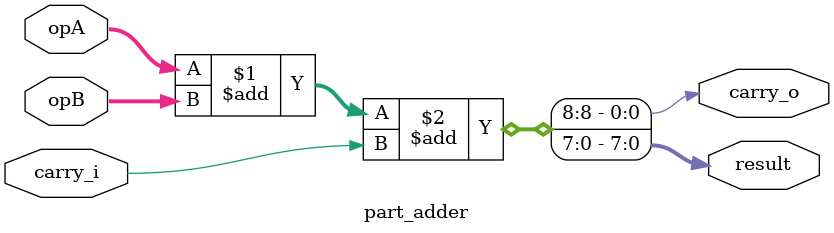
<source format=sv>
module part_adder #(
    parameter int WIDTH = 8
)(
    input   logic carry_i,
    input   logic [WIDTH - 1 : 0] opA,
    input   logic [WIDTH - 1 : 0] opB,
    output  logic [WIDTH - 1 : 0] result,
    output  logic carry_o
);

    assign {carry_o, result} = opA + opB + carry_i;

endmodule
</source>
